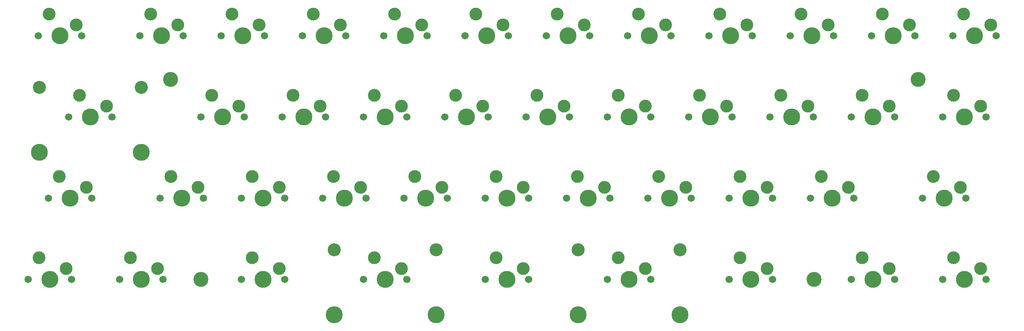
<source format=gbr>
%TF.GenerationSoftware,KiCad,Pcbnew,9.99.0-5522-g400384cf72*%
%TF.CreationDate,2026-02-12T00:01:38-08:00*%
%TF.ProjectId,amb-kb,616d622d-6b62-42e6-9b69-6361645f7063,rev?*%
%TF.SameCoordinates,Original*%
%TF.FileFunction,Soldermask,Bot*%
%TF.FilePolarity,Negative*%
%FSLAX46Y46*%
G04 Gerber Fmt 4.6, Leading zero omitted, Abs format (unit mm)*
G04 Created by KiCad (PCBNEW 9.99.0-5522-g400384cf72) date 2026-02-12 00:01:38*
%MOMM*%
%LPD*%
G01*
G04 APERTURE LIST*
%ADD10C,1.701800*%
%ADD11C,3.000000*%
%ADD12C,3.987800*%
%ADD13C,3.500000*%
%ADD14C,3.048000*%
G04 APERTURE END LIST*
D10*
%TO.C,MX29*%
X144284584Y-107899701D03*
D11*
X146824584Y-102819701D03*
D12*
X149364584Y-107899701D03*
D11*
X153174584Y-105359701D03*
D10*
X154444584Y-107899701D03*
%TD*%
%TO.C,MX16*%
X191909584Y-88849701D03*
D11*
X194449584Y-83769701D03*
D12*
X196989584Y-88849701D03*
D11*
X200799584Y-86309701D03*
D10*
X202069584Y-88849701D03*
%TD*%
%TO.C,MX1*%
X253822084Y-69799701D03*
D11*
X256362084Y-64719701D03*
D12*
X258902084Y-69799701D03*
D11*
X262712084Y-67259701D03*
D10*
X263982084Y-69799701D03*
%TD*%
%TO.C,MX21*%
X96659584Y-88849701D03*
D11*
X99199584Y-83769701D03*
D12*
X101739584Y-88849701D03*
D11*
X105549584Y-86309701D03*
D10*
X106819584Y-88849701D03*
%TD*%
%TO.C,MX43*%
X37128334Y-126949701D03*
D11*
X39668334Y-121869701D03*
D12*
X42208334Y-126949701D03*
D11*
X46018334Y-124409701D03*
D10*
X47288334Y-126949701D03*
%TD*%
%TO.C,MX6*%
X158572084Y-69799701D03*
D11*
X161112084Y-64719701D03*
D12*
X163652084Y-69799701D03*
D11*
X167462084Y-67259701D03*
D10*
X168732084Y-69799701D03*
%TD*%
%TO.C,MX8*%
X120472084Y-69799701D03*
D11*
X123012084Y-64719701D03*
D12*
X125552084Y-69799701D03*
D11*
X129362084Y-67259701D03*
D10*
X130632084Y-69799701D03*
%TD*%
%TO.C,MX19*%
X134759584Y-88849701D03*
D11*
X137299584Y-83769701D03*
D12*
X139839584Y-88849701D03*
D11*
X143649584Y-86309701D03*
D10*
X144919584Y-88849701D03*
%TD*%
%TO.C,MX5*%
X177622084Y-69799701D03*
D11*
X180162084Y-64719701D03*
D12*
X182702084Y-69799701D03*
D11*
X186512084Y-67259701D03*
D10*
X187782084Y-69799701D03*
%TD*%
%TO.C,MX41*%
X87134584Y-126949701D03*
D11*
X89674584Y-121869701D03*
D12*
X92214584Y-126949701D03*
D11*
X96024584Y-124409701D03*
D10*
X97294584Y-126949701D03*
%TD*%
%TO.C,MX33*%
X68084584Y-107899701D03*
D11*
X70624584Y-102819701D03*
D12*
X73164584Y-107899701D03*
D11*
X76974584Y-105359701D03*
D10*
X78244584Y-107899701D03*
%TD*%
%TO.C,MX24*%
X246678334Y-107899701D03*
D11*
X249218334Y-102819701D03*
D12*
X251758334Y-107899701D03*
D11*
X255568334Y-105359701D03*
D10*
X256838334Y-107899701D03*
%TD*%
%TO.C,MX22*%
X77609584Y-88849701D03*
D11*
X80149584Y-83769701D03*
D12*
X82689584Y-88849701D03*
D11*
X86499584Y-86309701D03*
D10*
X87769584Y-88849701D03*
%TD*%
%TO.C,MX31*%
X106184584Y-107899701D03*
D11*
X108724584Y-102819701D03*
D12*
X111264584Y-107899701D03*
D11*
X115074584Y-105359701D03*
D10*
X116344584Y-107899701D03*
%TD*%
%TO.C,MX39*%
X144284584Y-126949701D03*
D11*
X146824584Y-121869701D03*
D12*
X149364584Y-126949701D03*
D11*
X153174584Y-124409701D03*
D10*
X154444584Y-126949701D03*
%TD*%
%TO.C,MX3*%
X215722084Y-69799701D03*
D11*
X218262084Y-64719701D03*
D12*
X220802084Y-69799701D03*
D11*
X224612084Y-67259701D03*
D10*
X225882084Y-69799701D03*
%TD*%
D13*
%TO.C,MH2*%
X221300076Y-126949711D03*
%TD*%
D10*
%TO.C,MX35*%
X251440834Y-126949701D03*
D11*
X253980834Y-121869701D03*
D12*
X256520834Y-126949701D03*
D11*
X260330834Y-124409701D03*
D10*
X261600834Y-126949701D03*
%TD*%
%TO.C,MX10*%
X82372084Y-69799701D03*
D11*
X84912084Y-64719701D03*
D12*
X87452084Y-69799701D03*
D11*
X91262084Y-67259701D03*
D10*
X92532084Y-69799701D03*
%TD*%
%TO.C,MX34*%
X41890834Y-107899701D03*
D11*
X44430834Y-102819701D03*
D12*
X46970834Y-107899701D03*
D11*
X50780834Y-105359701D03*
D10*
X52050834Y-107899701D03*
%TD*%
%TO.C,MX30*%
X125234584Y-107899701D03*
D11*
X127774584Y-102819701D03*
D12*
X130314584Y-107899701D03*
D11*
X134124584Y-105359701D03*
D10*
X135394584Y-107899701D03*
%TD*%
%TO.C,MX42*%
X58559584Y-126949701D03*
D11*
X61099584Y-121869701D03*
D12*
X63639584Y-126949701D03*
D11*
X67449584Y-124409701D03*
D10*
X68719584Y-126949701D03*
%TD*%
%TO.C,MX7*%
X139522084Y-69799701D03*
D11*
X142062084Y-64719701D03*
D12*
X144602084Y-69799701D03*
D11*
X148412084Y-67259701D03*
D10*
X149682084Y-69799701D03*
%TD*%
%TO.C,MX32*%
X87134584Y-107899701D03*
D11*
X89674584Y-102819701D03*
D12*
X92214584Y-107899701D03*
D11*
X96024584Y-105359701D03*
D10*
X97294584Y-107899701D03*
%TD*%
%TO.C,MX25*%
X220484584Y-107899701D03*
D11*
X223024584Y-102819701D03*
D12*
X225564584Y-107899701D03*
D11*
X229374584Y-105359701D03*
D10*
X230644584Y-107899701D03*
%TD*%
%TO.C,MX20*%
X115709584Y-88849701D03*
D11*
X118249584Y-83769701D03*
D12*
X120789584Y-88849701D03*
D11*
X124599584Y-86309701D03*
D10*
X125869584Y-88849701D03*
%TD*%
%TO.C,MX28*%
X163334584Y-107899701D03*
D11*
X165874584Y-102819701D03*
D12*
X168414584Y-107899701D03*
D11*
X172224584Y-105359701D03*
D10*
X173494584Y-107899701D03*
%TD*%
%TO.C,MX9*%
X101422084Y-69799701D03*
D11*
X103962084Y-64719701D03*
D12*
X106502084Y-69799701D03*
D11*
X110312084Y-67259701D03*
D10*
X111582084Y-69799701D03*
%TD*%
%TO.C,MX18*%
X153809584Y-88849701D03*
D11*
X156349584Y-83769701D03*
D12*
X158889584Y-88849701D03*
D11*
X162699584Y-86309701D03*
D10*
X163969584Y-88849701D03*
%TD*%
%TO.C,MX26*%
X201434584Y-107899701D03*
D11*
X203974584Y-102819701D03*
D12*
X206514584Y-107899701D03*
D11*
X210324584Y-105359701D03*
D10*
X211594584Y-107899701D03*
%TD*%
%TO.C,MX12*%
X39509584Y-69799701D03*
D11*
X42049584Y-64719701D03*
D12*
X44589584Y-69799701D03*
D11*
X48399584Y-67259701D03*
D10*
X49669584Y-69799701D03*
%TD*%
%TO.C,MX11*%
X63322084Y-69799701D03*
D11*
X65862084Y-64719701D03*
D12*
X68402084Y-69799701D03*
D11*
X72212084Y-67259701D03*
D10*
X73482084Y-69799701D03*
%TD*%
D14*
%TO.C,MX23*%
X39795334Y-81864701D03*
D12*
X39795334Y-97104701D03*
D10*
X46653334Y-88849701D03*
D11*
X49193334Y-83769701D03*
D12*
X51733334Y-88849701D03*
D11*
X55543334Y-86309701D03*
D10*
X56813334Y-88849701D03*
D14*
X63671334Y-81864701D03*
D12*
X63671334Y-97104701D03*
%TD*%
D10*
%TO.C,MX13*%
X251440834Y-88849701D03*
D11*
X253980834Y-83769701D03*
D12*
X256520834Y-88849701D03*
D11*
X260330834Y-86309701D03*
D10*
X261600834Y-88849701D03*
%TD*%
D13*
%TO.C,MH1*%
X77631260Y-126949711D03*
%TD*%
%TO.C,MH4*%
X70563736Y-80023469D03*
%TD*%
D10*
%TO.C,MX4*%
X196672084Y-69799701D03*
D11*
X199212084Y-64719701D03*
D12*
X201752084Y-69799701D03*
D11*
X205562084Y-67259701D03*
D10*
X206832084Y-69799701D03*
%TD*%
%TO.C,MX2*%
X234772084Y-69799701D03*
D11*
X237312084Y-64719701D03*
D12*
X239852084Y-69799701D03*
D11*
X243662084Y-67259701D03*
D10*
X244932084Y-69799701D03*
%TD*%
D14*
%TO.C,MX38*%
X166001584Y-119964701D03*
D12*
X166001584Y-135204701D03*
D10*
X172859584Y-126949701D03*
D11*
X175399584Y-121869701D03*
D12*
X177939584Y-126949701D03*
D11*
X181749584Y-124409701D03*
D10*
X183019584Y-126949701D03*
D14*
X189877584Y-119964701D03*
D12*
X189877584Y-135204701D03*
%TD*%
D10*
%TO.C,MX27*%
X182384584Y-107899701D03*
D11*
X184924584Y-102819701D03*
D12*
X187464584Y-107899701D03*
D11*
X191274584Y-105359701D03*
D10*
X192544584Y-107899701D03*
%TD*%
%TO.C,MX17*%
X172859584Y-88849701D03*
D11*
X175399584Y-83769701D03*
D12*
X177939584Y-88849701D03*
D11*
X181749584Y-86309701D03*
D10*
X183019584Y-88849701D03*
%TD*%
%TO.C,MX37*%
X201434584Y-126949701D03*
D11*
X203974584Y-121869701D03*
D12*
X206514584Y-126949701D03*
D11*
X210324584Y-124409701D03*
D10*
X211594584Y-126949701D03*
%TD*%
%TO.C,MX14*%
X230009584Y-88849701D03*
D11*
X232549584Y-83769701D03*
D12*
X235089584Y-88849701D03*
D11*
X238899584Y-86309701D03*
D10*
X240169584Y-88849701D03*
%TD*%
D14*
%TO.C,MX40*%
X108851584Y-119964701D03*
D12*
X108851584Y-135204701D03*
D10*
X115709584Y-126949701D03*
D11*
X118249584Y-121869701D03*
D12*
X120789584Y-126949701D03*
D11*
X124599584Y-124409701D03*
D10*
X125869584Y-126949701D03*
D14*
X132727584Y-119964701D03*
D12*
X132727584Y-135204701D03*
%TD*%
D10*
%TO.C,MX15*%
X210959584Y-88849701D03*
D11*
X213499584Y-83769701D03*
D12*
X216039584Y-88849701D03*
D11*
X219849584Y-86309701D03*
D10*
X221119584Y-88849701D03*
%TD*%
%TO.C,MX36*%
X230009584Y-126949701D03*
D11*
X232549584Y-121869701D03*
D12*
X235089584Y-126949701D03*
D11*
X238899584Y-124409701D03*
D10*
X240169584Y-126949701D03*
%TD*%
D13*
%TO.C,MH3*%
X245669792Y-80023469D03*
%TD*%
M02*

</source>
